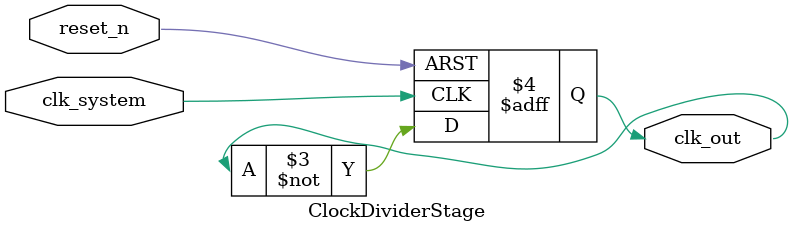
<source format=v>
`timescale 1ns / 1ps
module ClockDivider(
	input clk_system,
	input reset_n,
	output clk_2,
	output clk_4,
	output clk_8,
    output clk_16
	);

	ClockDividerStage Divider_1 (
    .clk_system(clk_system),
    .reset_n(reset_n),
    .clk_out(clk_2)
    );

	ClockDividerStage Divider_2 (
    .clk_system(clk_2),
    .reset_n(reset_n),
    .clk_out(clk_4)
    );

	ClockDividerStage Divider_3 (
    .clk_system(clk_4),
    .reset_n(reset_n),
    .clk_out(clk_8)
    );
    
    ClockDividerStage Divider_4 (
    .clk_system(clk_8),
    .reset_n(reset_n),
    .clk_out(clk_16)
    );


endmodule

module ClockDividerStage(
    input clk_system,
    input reset_n,
    output reg clk_out
    );

	always @ (posedge clk_system, negedge reset_n) begin
		if(!reset_n) clk_out <= 0;
		else         clk_out <= ~clk_out;
    end
endmodule

</source>
